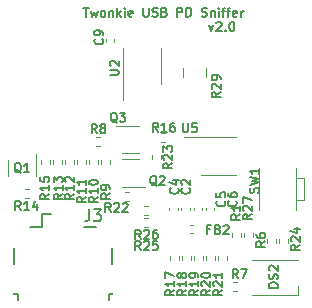
<source format=gto>
%TF.GenerationSoftware,KiCad,Pcbnew,(6.0.10)*%
%TF.CreationDate,2023-02-04T16:55:40+01:00*%
%TF.ProjectId,twonkie,74776f6e-6b69-4652-9e6b-696361645f70,rev?*%
%TF.SameCoordinates,PX448d510PY20b3950*%
%TF.FileFunction,Legend,Top*%
%TF.FilePolarity,Positive*%
%FSLAX46Y46*%
G04 Gerber Fmt 4.6, Leading zero omitted, Abs format (unit mm)*
G04 Created by KiCad (PCBNEW (6.0.10)) date 2023-02-04 16:55:40*
%MOMM*%
%LPD*%
G01*
G04 APERTURE LIST*
%ADD10C,0.127000*%
%ADD11C,0.150000*%
%ADD12C,0.120000*%
G04 APERTURE END LIST*
D10*
X6740071Y-662214D02*
X7175500Y-662214D01*
X6957785Y-1424214D02*
X6957785Y-662214D01*
X7356928Y-916214D02*
X7502071Y-1424214D01*
X7647214Y-1061357D01*
X7792357Y-1424214D01*
X7937500Y-916214D01*
X8336642Y-1424214D02*
X8264071Y-1387928D01*
X8227785Y-1351642D01*
X8191500Y-1279071D01*
X8191500Y-1061357D01*
X8227785Y-988785D01*
X8264071Y-952500D01*
X8336642Y-916214D01*
X8445500Y-916214D01*
X8518071Y-952500D01*
X8554357Y-988785D01*
X8590642Y-1061357D01*
X8590642Y-1279071D01*
X8554357Y-1351642D01*
X8518071Y-1387928D01*
X8445500Y-1424214D01*
X8336642Y-1424214D01*
X8917214Y-916214D02*
X8917214Y-1424214D01*
X8917214Y-988785D02*
X8953500Y-952500D01*
X9026071Y-916214D01*
X9134928Y-916214D01*
X9207500Y-952500D01*
X9243785Y-1025071D01*
X9243785Y-1424214D01*
X9606642Y-1424214D02*
X9606642Y-662214D01*
X9679214Y-1133928D02*
X9896928Y-1424214D01*
X9896928Y-916214D02*
X9606642Y-1206500D01*
X10223500Y-1424214D02*
X10223500Y-916214D01*
X10223500Y-662214D02*
X10187214Y-698500D01*
X10223500Y-734785D01*
X10259785Y-698500D01*
X10223500Y-662214D01*
X10223500Y-734785D01*
X10876642Y-1387928D02*
X10804071Y-1424214D01*
X10658928Y-1424214D01*
X10586357Y-1387928D01*
X10550071Y-1315357D01*
X10550071Y-1025071D01*
X10586357Y-952500D01*
X10658928Y-916214D01*
X10804071Y-916214D01*
X10876642Y-952500D01*
X10912928Y-1025071D01*
X10912928Y-1097642D01*
X10550071Y-1170214D01*
X11820071Y-662214D02*
X11820071Y-1279071D01*
X11856357Y-1351642D01*
X11892642Y-1387928D01*
X11965214Y-1424214D01*
X12110357Y-1424214D01*
X12182928Y-1387928D01*
X12219214Y-1351642D01*
X12255500Y-1279071D01*
X12255500Y-662214D01*
X12582071Y-1387928D02*
X12690928Y-1424214D01*
X12872357Y-1424214D01*
X12944928Y-1387928D01*
X12981214Y-1351642D01*
X13017500Y-1279071D01*
X13017500Y-1206500D01*
X12981214Y-1133928D01*
X12944928Y-1097642D01*
X12872357Y-1061357D01*
X12727214Y-1025071D01*
X12654642Y-988785D01*
X12618357Y-952500D01*
X12582071Y-879928D01*
X12582071Y-807357D01*
X12618357Y-734785D01*
X12654642Y-698500D01*
X12727214Y-662214D01*
X12908642Y-662214D01*
X13017500Y-698500D01*
X13598071Y-1025071D02*
X13706928Y-1061357D01*
X13743214Y-1097642D01*
X13779500Y-1170214D01*
X13779500Y-1279071D01*
X13743214Y-1351642D01*
X13706928Y-1387928D01*
X13634357Y-1424214D01*
X13344071Y-1424214D01*
X13344071Y-662214D01*
X13598071Y-662214D01*
X13670642Y-698500D01*
X13706928Y-734785D01*
X13743214Y-807357D01*
X13743214Y-879928D01*
X13706928Y-952500D01*
X13670642Y-988785D01*
X13598071Y-1025071D01*
X13344071Y-1025071D01*
X14686642Y-1424214D02*
X14686642Y-662214D01*
X14976928Y-662214D01*
X15049500Y-698500D01*
X15085785Y-734785D01*
X15122071Y-807357D01*
X15122071Y-916214D01*
X15085785Y-988785D01*
X15049500Y-1025071D01*
X14976928Y-1061357D01*
X14686642Y-1061357D01*
X15448642Y-1424214D02*
X15448642Y-662214D01*
X15630071Y-662214D01*
X15738928Y-698500D01*
X15811500Y-771071D01*
X15847785Y-843642D01*
X15884071Y-988785D01*
X15884071Y-1097642D01*
X15847785Y-1242785D01*
X15811500Y-1315357D01*
X15738928Y-1387928D01*
X15630071Y-1424214D01*
X15448642Y-1424214D01*
X16754928Y-1387928D02*
X16863785Y-1424214D01*
X17045214Y-1424214D01*
X17117785Y-1387928D01*
X17154071Y-1351642D01*
X17190357Y-1279071D01*
X17190357Y-1206500D01*
X17154071Y-1133928D01*
X17117785Y-1097642D01*
X17045214Y-1061357D01*
X16900071Y-1025071D01*
X16827500Y-988785D01*
X16791214Y-952500D01*
X16754928Y-879928D01*
X16754928Y-807357D01*
X16791214Y-734785D01*
X16827500Y-698500D01*
X16900071Y-662214D01*
X17081500Y-662214D01*
X17190357Y-698500D01*
X17516928Y-916214D02*
X17516928Y-1424214D01*
X17516928Y-988785D02*
X17553214Y-952500D01*
X17625785Y-916214D01*
X17734642Y-916214D01*
X17807214Y-952500D01*
X17843500Y-1025071D01*
X17843500Y-1424214D01*
X18206357Y-1424214D02*
X18206357Y-916214D01*
X18206357Y-662214D02*
X18170071Y-698500D01*
X18206357Y-734785D01*
X18242642Y-698500D01*
X18206357Y-662214D01*
X18206357Y-734785D01*
X18460357Y-916214D02*
X18750642Y-916214D01*
X18569214Y-1424214D02*
X18569214Y-771071D01*
X18605500Y-698500D01*
X18678071Y-662214D01*
X18750642Y-662214D01*
X18895785Y-916214D02*
X19186071Y-916214D01*
X19004642Y-1424214D02*
X19004642Y-771071D01*
X19040928Y-698500D01*
X19113500Y-662214D01*
X19186071Y-662214D01*
X19730357Y-1387928D02*
X19657785Y-1424214D01*
X19512642Y-1424214D01*
X19440071Y-1387928D01*
X19403785Y-1315357D01*
X19403785Y-1025071D01*
X19440071Y-952500D01*
X19512642Y-916214D01*
X19657785Y-916214D01*
X19730357Y-952500D01*
X19766642Y-1025071D01*
X19766642Y-1097642D01*
X19403785Y-1170214D01*
X20093214Y-1424214D02*
X20093214Y-916214D01*
X20093214Y-1061357D02*
X20129500Y-988785D01*
X20165785Y-952500D01*
X20238357Y-916214D01*
X20310928Y-916214D01*
X17379950Y-2122714D02*
X17561378Y-2630714D01*
X17742807Y-2122714D01*
X17996807Y-1941285D02*
X18033092Y-1905000D01*
X18105664Y-1868714D01*
X18287092Y-1868714D01*
X18359664Y-1905000D01*
X18395950Y-1941285D01*
X18432235Y-2013857D01*
X18432235Y-2086428D01*
X18395950Y-2195285D01*
X17960521Y-2630714D01*
X18432235Y-2630714D01*
X18758807Y-2558142D02*
X18795092Y-2594428D01*
X18758807Y-2630714D01*
X18722521Y-2594428D01*
X18758807Y-2558142D01*
X18758807Y-2630714D01*
X19266807Y-1868714D02*
X19339378Y-1868714D01*
X19411950Y-1905000D01*
X19448235Y-1941285D01*
X19484521Y-2013857D01*
X19520807Y-2159000D01*
X19520807Y-2340428D01*
X19484521Y-2485571D01*
X19448235Y-2558142D01*
X19411950Y-2594428D01*
X19339378Y-2630714D01*
X19266807Y-2630714D01*
X19194235Y-2594428D01*
X19157950Y-2558142D01*
X19121664Y-2485571D01*
X19085378Y-2340428D01*
X19085378Y-2159000D01*
X19121664Y-2013857D01*
X19157950Y-1941285D01*
X19194235Y-1905000D01*
X19266807Y-1868714D01*
D11*
%TO.C,J3*%
X7223166Y-17740380D02*
X7223166Y-18454666D01*
X7175547Y-18597523D01*
X7080309Y-18692761D01*
X6937452Y-18740380D01*
X6842214Y-18740380D01*
X7604119Y-17740380D02*
X8223166Y-17740380D01*
X7889833Y-18121333D01*
X8032690Y-18121333D01*
X8127928Y-18168952D01*
X8175547Y-18216571D01*
X8223166Y-18311809D01*
X8223166Y-18549904D01*
X8175547Y-18645142D01*
X8127928Y-18692761D01*
X8032690Y-18740380D01*
X7746976Y-18740380D01*
X7651738Y-18692761D01*
X7604119Y-18645142D01*
D10*
%TO.C,R17*%
X14441714Y-24556357D02*
X14078857Y-24810357D01*
X14441714Y-24991785D02*
X13679714Y-24991785D01*
X13679714Y-24701500D01*
X13716000Y-24628928D01*
X13752285Y-24592642D01*
X13824857Y-24556357D01*
X13933714Y-24556357D01*
X14006285Y-24592642D01*
X14042571Y-24628928D01*
X14078857Y-24701500D01*
X14078857Y-24991785D01*
X14441714Y-23830642D02*
X14441714Y-24266071D01*
X14441714Y-24048357D02*
X13679714Y-24048357D01*
X13788571Y-24120928D01*
X13861142Y-24193500D01*
X13897428Y-24266071D01*
X13679714Y-23576642D02*
X13679714Y-23068642D01*
X14441714Y-23395214D01*
%TO.C,R19*%
X16473714Y-24556357D02*
X16110857Y-24810357D01*
X16473714Y-24991785D02*
X15711714Y-24991785D01*
X15711714Y-24701500D01*
X15748000Y-24628928D01*
X15784285Y-24592642D01*
X15856857Y-24556357D01*
X15965714Y-24556357D01*
X16038285Y-24592642D01*
X16074571Y-24628928D01*
X16110857Y-24701500D01*
X16110857Y-24991785D01*
X16473714Y-23830642D02*
X16473714Y-24266071D01*
X16473714Y-24048357D02*
X15711714Y-24048357D01*
X15820571Y-24120928D01*
X15893142Y-24193500D01*
X15929428Y-24266071D01*
X16473714Y-23467785D02*
X16473714Y-23322642D01*
X16437428Y-23250071D01*
X16401142Y-23213785D01*
X16292285Y-23141214D01*
X16147142Y-23104928D01*
X15856857Y-23104928D01*
X15784285Y-23141214D01*
X15748000Y-23177500D01*
X15711714Y-23250071D01*
X15711714Y-23395214D01*
X15748000Y-23467785D01*
X15784285Y-23504071D01*
X15856857Y-23540357D01*
X16038285Y-23540357D01*
X16110857Y-23504071D01*
X16147142Y-23467785D01*
X16183428Y-23395214D01*
X16183428Y-23250071D01*
X16147142Y-23177500D01*
X16110857Y-23141214D01*
X16038285Y-23104928D01*
%TO.C,R10*%
X7964714Y-16682357D02*
X7601857Y-16936357D01*
X7964714Y-17117785D02*
X7202714Y-17117785D01*
X7202714Y-16827500D01*
X7239000Y-16754928D01*
X7275285Y-16718642D01*
X7347857Y-16682357D01*
X7456714Y-16682357D01*
X7529285Y-16718642D01*
X7565571Y-16754928D01*
X7601857Y-16827500D01*
X7601857Y-17117785D01*
X7964714Y-15956642D02*
X7964714Y-16392071D01*
X7964714Y-16174357D02*
X7202714Y-16174357D01*
X7311571Y-16246928D01*
X7384142Y-16319500D01*
X7420428Y-16392071D01*
X7202714Y-15484928D02*
X7202714Y-15412357D01*
X7239000Y-15339785D01*
X7275285Y-15303500D01*
X7347857Y-15267214D01*
X7493000Y-15230928D01*
X7674428Y-15230928D01*
X7819571Y-15267214D01*
X7892142Y-15303500D01*
X7928428Y-15339785D01*
X7964714Y-15412357D01*
X7964714Y-15484928D01*
X7928428Y-15557500D01*
X7892142Y-15593785D01*
X7819571Y-15630071D01*
X7674428Y-15666357D01*
X7493000Y-15666357D01*
X7347857Y-15630071D01*
X7275285Y-15593785D01*
X7239000Y-15557500D01*
X7202714Y-15484928D01*
%TO.C,R12*%
X5932714Y-16428357D02*
X5569857Y-16682357D01*
X5932714Y-16863785D02*
X5170714Y-16863785D01*
X5170714Y-16573500D01*
X5207000Y-16500928D01*
X5243285Y-16464642D01*
X5315857Y-16428357D01*
X5424714Y-16428357D01*
X5497285Y-16464642D01*
X5533571Y-16500928D01*
X5569857Y-16573500D01*
X5569857Y-16863785D01*
X5932714Y-15702642D02*
X5932714Y-16138071D01*
X5932714Y-15920357D02*
X5170714Y-15920357D01*
X5279571Y-15992928D01*
X5352142Y-16065500D01*
X5388428Y-16138071D01*
X5243285Y-15412357D02*
X5207000Y-15376071D01*
X5170714Y-15303500D01*
X5170714Y-15122071D01*
X5207000Y-15049500D01*
X5243285Y-15013214D01*
X5315857Y-14976928D01*
X5388428Y-14976928D01*
X5497285Y-15013214D01*
X5932714Y-15448642D01*
X5932714Y-14976928D01*
%TO.C,R15*%
X3837214Y-16428357D02*
X3474357Y-16682357D01*
X3837214Y-16863785D02*
X3075214Y-16863785D01*
X3075214Y-16573500D01*
X3111500Y-16500928D01*
X3147785Y-16464642D01*
X3220357Y-16428357D01*
X3329214Y-16428357D01*
X3401785Y-16464642D01*
X3438071Y-16500928D01*
X3474357Y-16573500D01*
X3474357Y-16863785D01*
X3837214Y-15702642D02*
X3837214Y-16138071D01*
X3837214Y-15920357D02*
X3075214Y-15920357D01*
X3184071Y-15992928D01*
X3256642Y-16065500D01*
X3292928Y-16138071D01*
X3075214Y-15013214D02*
X3075214Y-15376071D01*
X3438071Y-15412357D01*
X3401785Y-15376071D01*
X3365500Y-15303500D01*
X3365500Y-15122071D01*
X3401785Y-15049500D01*
X3438071Y-15013214D01*
X3510642Y-14976928D01*
X3692071Y-14976928D01*
X3764642Y-15013214D01*
X3800928Y-15049500D01*
X3837214Y-15122071D01*
X3837214Y-15303500D01*
X3800928Y-15376071D01*
X3764642Y-15412357D01*
%TO.C,R8*%
X7874000Y-11266714D02*
X7620000Y-10903857D01*
X7438571Y-11266714D02*
X7438571Y-10504714D01*
X7728857Y-10504714D01*
X7801428Y-10541000D01*
X7837714Y-10577285D01*
X7874000Y-10649857D01*
X7874000Y-10758714D01*
X7837714Y-10831285D01*
X7801428Y-10867571D01*
X7728857Y-10903857D01*
X7438571Y-10903857D01*
X8309428Y-10831285D02*
X8236857Y-10795000D01*
X8200571Y-10758714D01*
X8164285Y-10686142D01*
X8164285Y-10649857D01*
X8200571Y-10577285D01*
X8236857Y-10541000D01*
X8309428Y-10504714D01*
X8454571Y-10504714D01*
X8527142Y-10541000D01*
X8563428Y-10577285D01*
X8599714Y-10649857D01*
X8599714Y-10686142D01*
X8563428Y-10758714D01*
X8527142Y-10795000D01*
X8454571Y-10831285D01*
X8309428Y-10831285D01*
X8236857Y-10867571D01*
X8200571Y-10903857D01*
X8164285Y-10976428D01*
X8164285Y-11121571D01*
X8200571Y-11194142D01*
X8236857Y-11230428D01*
X8309428Y-11266714D01*
X8454571Y-11266714D01*
X8527142Y-11230428D01*
X8563428Y-11194142D01*
X8599714Y-11121571D01*
X8599714Y-10976428D01*
X8563428Y-10903857D01*
X8527142Y-10867571D01*
X8454571Y-10831285D01*
%TO.C,R18*%
X15457714Y-24556357D02*
X15094857Y-24810357D01*
X15457714Y-24991785D02*
X14695714Y-24991785D01*
X14695714Y-24701500D01*
X14732000Y-24628928D01*
X14768285Y-24592642D01*
X14840857Y-24556357D01*
X14949714Y-24556357D01*
X15022285Y-24592642D01*
X15058571Y-24628928D01*
X15094857Y-24701500D01*
X15094857Y-24991785D01*
X15457714Y-23830642D02*
X15457714Y-24266071D01*
X15457714Y-24048357D02*
X14695714Y-24048357D01*
X14804571Y-24120928D01*
X14877142Y-24193500D01*
X14913428Y-24266071D01*
X15022285Y-23395214D02*
X14986000Y-23467785D01*
X14949714Y-23504071D01*
X14877142Y-23540357D01*
X14840857Y-23540357D01*
X14768285Y-23504071D01*
X14732000Y-23467785D01*
X14695714Y-23395214D01*
X14695714Y-23250071D01*
X14732000Y-23177500D01*
X14768285Y-23141214D01*
X14840857Y-23104928D01*
X14877142Y-23104928D01*
X14949714Y-23141214D01*
X14986000Y-23177500D01*
X15022285Y-23250071D01*
X15022285Y-23395214D01*
X15058571Y-23467785D01*
X15094857Y-23504071D01*
X15167428Y-23540357D01*
X15312571Y-23540357D01*
X15385142Y-23504071D01*
X15421428Y-23467785D01*
X15457714Y-23395214D01*
X15457714Y-23250071D01*
X15421428Y-23177500D01*
X15385142Y-23141214D01*
X15312571Y-23104928D01*
X15167428Y-23104928D01*
X15094857Y-23141214D01*
X15058571Y-23177500D01*
X15022285Y-23250071D01*
%TO.C,R11*%
X6948714Y-16682357D02*
X6585857Y-16936357D01*
X6948714Y-17117785D02*
X6186714Y-17117785D01*
X6186714Y-16827500D01*
X6223000Y-16754928D01*
X6259285Y-16718642D01*
X6331857Y-16682357D01*
X6440714Y-16682357D01*
X6513285Y-16718642D01*
X6549571Y-16754928D01*
X6585857Y-16827500D01*
X6585857Y-17117785D01*
X6948714Y-15956642D02*
X6948714Y-16392071D01*
X6948714Y-16174357D02*
X6186714Y-16174357D01*
X6295571Y-16246928D01*
X6368142Y-16319500D01*
X6404428Y-16392071D01*
X6948714Y-15230928D02*
X6948714Y-15666357D01*
X6948714Y-15448642D02*
X6186714Y-15448642D01*
X6295571Y-15521214D01*
X6368142Y-15593785D01*
X6404428Y-15666357D01*
%TO.C,R1*%
X20029714Y-18161000D02*
X19666857Y-18415000D01*
X20029714Y-18596428D02*
X19267714Y-18596428D01*
X19267714Y-18306142D01*
X19304000Y-18233571D01*
X19340285Y-18197285D01*
X19412857Y-18161000D01*
X19521714Y-18161000D01*
X19594285Y-18197285D01*
X19630571Y-18233571D01*
X19666857Y-18306142D01*
X19666857Y-18596428D01*
X20029714Y-17435285D02*
X20029714Y-17870714D01*
X20029714Y-17653000D02*
X19267714Y-17653000D01*
X19376571Y-17725571D01*
X19449142Y-17798142D01*
X19485428Y-17870714D01*
%TO.C,Q2*%
X12944928Y-15720785D02*
X12872357Y-15684500D01*
X12799785Y-15611928D01*
X12690928Y-15503071D01*
X12618357Y-15466785D01*
X12545785Y-15466785D01*
X12582071Y-15648214D02*
X12509500Y-15611928D01*
X12436928Y-15539357D01*
X12400642Y-15394214D01*
X12400642Y-15140214D01*
X12436928Y-14995071D01*
X12509500Y-14922500D01*
X12582071Y-14886214D01*
X12727214Y-14886214D01*
X12799785Y-14922500D01*
X12872357Y-14995071D01*
X12908642Y-15140214D01*
X12908642Y-15394214D01*
X12872357Y-15539357D01*
X12799785Y-15611928D01*
X12727214Y-15648214D01*
X12582071Y-15648214D01*
X13198928Y-14958785D02*
X13235214Y-14922500D01*
X13307785Y-14886214D01*
X13489214Y-14886214D01*
X13561785Y-14922500D01*
X13598071Y-14958785D01*
X13634357Y-15031357D01*
X13634357Y-15103928D01*
X13598071Y-15212785D01*
X13162642Y-15648214D01*
X13634357Y-15648214D01*
%TO.C,R7*%
X19812000Y-23585714D02*
X19558000Y-23222857D01*
X19376571Y-23585714D02*
X19376571Y-22823714D01*
X19666857Y-22823714D01*
X19739428Y-22860000D01*
X19775714Y-22896285D01*
X19812000Y-22968857D01*
X19812000Y-23077714D01*
X19775714Y-23150285D01*
X19739428Y-23186571D01*
X19666857Y-23222857D01*
X19376571Y-23222857D01*
X20066000Y-22823714D02*
X20574000Y-22823714D01*
X20247428Y-23585714D01*
%TO.C,R13*%
X4980214Y-16428357D02*
X4617357Y-16682357D01*
X4980214Y-16863785D02*
X4218214Y-16863785D01*
X4218214Y-16573500D01*
X4254500Y-16500928D01*
X4290785Y-16464642D01*
X4363357Y-16428357D01*
X4472214Y-16428357D01*
X4544785Y-16464642D01*
X4581071Y-16500928D01*
X4617357Y-16573500D01*
X4617357Y-16863785D01*
X4980214Y-15702642D02*
X4980214Y-16138071D01*
X4980214Y-15920357D02*
X4218214Y-15920357D01*
X4327071Y-15992928D01*
X4399642Y-16065500D01*
X4435928Y-16138071D01*
X4218214Y-15448642D02*
X4218214Y-14976928D01*
X4508500Y-15230928D01*
X4508500Y-15122071D01*
X4544785Y-15049500D01*
X4581071Y-15013214D01*
X4653642Y-14976928D01*
X4835071Y-14976928D01*
X4907642Y-15013214D01*
X4943928Y-15049500D01*
X4980214Y-15122071D01*
X4980214Y-15339785D01*
X4943928Y-15412357D01*
X4907642Y-15448642D01*
%TO.C,R22*%
X9035142Y-17934214D02*
X8781142Y-17571357D01*
X8599714Y-17934214D02*
X8599714Y-17172214D01*
X8890000Y-17172214D01*
X8962571Y-17208500D01*
X8998857Y-17244785D01*
X9035142Y-17317357D01*
X9035142Y-17426214D01*
X8998857Y-17498785D01*
X8962571Y-17535071D01*
X8890000Y-17571357D01*
X8599714Y-17571357D01*
X9325428Y-17244785D02*
X9361714Y-17208500D01*
X9434285Y-17172214D01*
X9615714Y-17172214D01*
X9688285Y-17208500D01*
X9724571Y-17244785D01*
X9760857Y-17317357D01*
X9760857Y-17389928D01*
X9724571Y-17498785D01*
X9289142Y-17934214D01*
X9760857Y-17934214D01*
X10051142Y-17244785D02*
X10087428Y-17208500D01*
X10160000Y-17172214D01*
X10341428Y-17172214D01*
X10414000Y-17208500D01*
X10450285Y-17244785D01*
X10486571Y-17317357D01*
X10486571Y-17389928D01*
X10450285Y-17498785D01*
X10014857Y-17934214D01*
X10486571Y-17934214D01*
%TO.C,C4*%
X14750142Y-15925800D02*
X14786428Y-15962085D01*
X14822714Y-16070942D01*
X14822714Y-16143514D01*
X14786428Y-16252371D01*
X14713857Y-16324942D01*
X14641285Y-16361228D01*
X14496142Y-16397514D01*
X14387285Y-16397514D01*
X14242142Y-16361228D01*
X14169571Y-16324942D01*
X14097000Y-16252371D01*
X14060714Y-16143514D01*
X14060714Y-16070942D01*
X14097000Y-15962085D01*
X14133285Y-15925800D01*
X14314714Y-15272657D02*
X14822714Y-15272657D01*
X14024428Y-15454085D02*
X14568714Y-15635514D01*
X14568714Y-15163800D01*
%TO.C,R23*%
X14251214Y-13824857D02*
X13888357Y-14078857D01*
X14251214Y-14260285D02*
X13489214Y-14260285D01*
X13489214Y-13970000D01*
X13525500Y-13897428D01*
X13561785Y-13861142D01*
X13634357Y-13824857D01*
X13743214Y-13824857D01*
X13815785Y-13861142D01*
X13852071Y-13897428D01*
X13888357Y-13970000D01*
X13888357Y-14260285D01*
X13561785Y-13534571D02*
X13525500Y-13498285D01*
X13489214Y-13425714D01*
X13489214Y-13244285D01*
X13525500Y-13171714D01*
X13561785Y-13135428D01*
X13634357Y-13099142D01*
X13706928Y-13099142D01*
X13815785Y-13135428D01*
X14251214Y-13570857D01*
X14251214Y-13099142D01*
X13489214Y-12845142D02*
X13489214Y-12373428D01*
X13779500Y-12627428D01*
X13779500Y-12518571D01*
X13815785Y-12446000D01*
X13852071Y-12409714D01*
X13924642Y-12373428D01*
X14106071Y-12373428D01*
X14178642Y-12409714D01*
X14214928Y-12446000D01*
X14251214Y-12518571D01*
X14251214Y-12736285D01*
X14214928Y-12808857D01*
X14178642Y-12845142D01*
%TO.C,R14*%
X1415142Y-17807214D02*
X1161142Y-17444357D01*
X979714Y-17807214D02*
X979714Y-17045214D01*
X1270000Y-17045214D01*
X1342571Y-17081500D01*
X1378857Y-17117785D01*
X1415142Y-17190357D01*
X1415142Y-17299214D01*
X1378857Y-17371785D01*
X1342571Y-17408071D01*
X1270000Y-17444357D01*
X979714Y-17444357D01*
X2140857Y-17807214D02*
X1705428Y-17807214D01*
X1923142Y-17807214D02*
X1923142Y-17045214D01*
X1850571Y-17154071D01*
X1778000Y-17226642D01*
X1705428Y-17262928D01*
X2794000Y-17299214D02*
X2794000Y-17807214D01*
X2612571Y-17008928D02*
X2431142Y-17553214D01*
X2902857Y-17553214D01*
%TO.C,R16*%
X13048342Y-11165114D02*
X12794342Y-10802257D01*
X12612914Y-11165114D02*
X12612914Y-10403114D01*
X12903200Y-10403114D01*
X12975771Y-10439400D01*
X13012057Y-10475685D01*
X13048342Y-10548257D01*
X13048342Y-10657114D01*
X13012057Y-10729685D01*
X12975771Y-10765971D01*
X12903200Y-10802257D01*
X12612914Y-10802257D01*
X13774057Y-11165114D02*
X13338628Y-11165114D01*
X13556342Y-11165114D02*
X13556342Y-10403114D01*
X13483771Y-10511971D01*
X13411200Y-10584542D01*
X13338628Y-10620828D01*
X14427200Y-10403114D02*
X14282057Y-10403114D01*
X14209485Y-10439400D01*
X14173200Y-10475685D01*
X14100628Y-10584542D01*
X14064342Y-10729685D01*
X14064342Y-11019971D01*
X14100628Y-11092542D01*
X14136914Y-11128828D01*
X14209485Y-11165114D01*
X14354628Y-11165114D01*
X14427200Y-11128828D01*
X14463485Y-11092542D01*
X14499771Y-11019971D01*
X14499771Y-10838542D01*
X14463485Y-10765971D01*
X14427200Y-10729685D01*
X14354628Y-10693400D01*
X14209485Y-10693400D01*
X14136914Y-10729685D01*
X14100628Y-10765971D01*
X14064342Y-10838542D01*
%TO.C,U5*%
X15167428Y-10441214D02*
X15167428Y-11058071D01*
X15203714Y-11130642D01*
X15240000Y-11166928D01*
X15312571Y-11203214D01*
X15457714Y-11203214D01*
X15530285Y-11166928D01*
X15566571Y-11130642D01*
X15602857Y-11058071D01*
X15602857Y-10441214D01*
X16328571Y-10441214D02*
X15965714Y-10441214D01*
X15929428Y-10804071D01*
X15965714Y-10767785D01*
X16038285Y-10731500D01*
X16219714Y-10731500D01*
X16292285Y-10767785D01*
X16328571Y-10804071D01*
X16364857Y-10876642D01*
X16364857Y-11058071D01*
X16328571Y-11130642D01*
X16292285Y-11166928D01*
X16219714Y-11203214D01*
X16038285Y-11203214D01*
X15965714Y-11166928D01*
X15929428Y-11130642D01*
%TO.C,R20*%
X17489714Y-24556357D02*
X17126857Y-24810357D01*
X17489714Y-24991785D02*
X16727714Y-24991785D01*
X16727714Y-24701500D01*
X16764000Y-24628928D01*
X16800285Y-24592642D01*
X16872857Y-24556357D01*
X16981714Y-24556357D01*
X17054285Y-24592642D01*
X17090571Y-24628928D01*
X17126857Y-24701500D01*
X17126857Y-24991785D01*
X16800285Y-24266071D02*
X16764000Y-24229785D01*
X16727714Y-24157214D01*
X16727714Y-23975785D01*
X16764000Y-23903214D01*
X16800285Y-23866928D01*
X16872857Y-23830642D01*
X16945428Y-23830642D01*
X17054285Y-23866928D01*
X17489714Y-24302357D01*
X17489714Y-23830642D01*
X16727714Y-23358928D02*
X16727714Y-23286357D01*
X16764000Y-23213785D01*
X16800285Y-23177500D01*
X16872857Y-23141214D01*
X17018000Y-23104928D01*
X17199428Y-23104928D01*
X17344571Y-23141214D01*
X17417142Y-23177500D01*
X17453428Y-23213785D01*
X17489714Y-23286357D01*
X17489714Y-23358928D01*
X17453428Y-23431500D01*
X17417142Y-23467785D01*
X17344571Y-23504071D01*
X17199428Y-23540357D01*
X17018000Y-23540357D01*
X16872857Y-23504071D01*
X16800285Y-23467785D01*
X16764000Y-23431500D01*
X16727714Y-23358928D01*
%TO.C,R21*%
X18505714Y-24556357D02*
X18142857Y-24810357D01*
X18505714Y-24991785D02*
X17743714Y-24991785D01*
X17743714Y-24701500D01*
X17780000Y-24628928D01*
X17816285Y-24592642D01*
X17888857Y-24556357D01*
X17997714Y-24556357D01*
X18070285Y-24592642D01*
X18106571Y-24628928D01*
X18142857Y-24701500D01*
X18142857Y-24991785D01*
X17816285Y-24266071D02*
X17780000Y-24229785D01*
X17743714Y-24157214D01*
X17743714Y-23975785D01*
X17780000Y-23903214D01*
X17816285Y-23866928D01*
X17888857Y-23830642D01*
X17961428Y-23830642D01*
X18070285Y-23866928D01*
X18505714Y-24302357D01*
X18505714Y-23830642D01*
X18505714Y-23104928D02*
X18505714Y-23540357D01*
X18505714Y-23322642D02*
X17743714Y-23322642D01*
X17852571Y-23395214D01*
X17925142Y-23467785D01*
X17961428Y-23540357D01*
%TO.C,Q3*%
X9579428Y-10386785D02*
X9506857Y-10350500D01*
X9434285Y-10277928D01*
X9325428Y-10169071D01*
X9252857Y-10132785D01*
X9180285Y-10132785D01*
X9216571Y-10314214D02*
X9144000Y-10277928D01*
X9071428Y-10205357D01*
X9035142Y-10060214D01*
X9035142Y-9806214D01*
X9071428Y-9661071D01*
X9144000Y-9588500D01*
X9216571Y-9552214D01*
X9361714Y-9552214D01*
X9434285Y-9588500D01*
X9506857Y-9661071D01*
X9543142Y-9806214D01*
X9543142Y-10060214D01*
X9506857Y-10205357D01*
X9434285Y-10277928D01*
X9361714Y-10314214D01*
X9216571Y-10314214D01*
X9797142Y-9552214D02*
X10268857Y-9552214D01*
X10014857Y-9842500D01*
X10123714Y-9842500D01*
X10196285Y-9878785D01*
X10232571Y-9915071D01*
X10268857Y-9987642D01*
X10268857Y-10169071D01*
X10232571Y-10241642D01*
X10196285Y-10277928D01*
X10123714Y-10314214D01*
X9906000Y-10314214D01*
X9833428Y-10277928D01*
X9797142Y-10241642D01*
%TO.C,Q1*%
X1451428Y-14641285D02*
X1378857Y-14605000D01*
X1306285Y-14532428D01*
X1197428Y-14423571D01*
X1124857Y-14387285D01*
X1052285Y-14387285D01*
X1088571Y-14568714D02*
X1016000Y-14532428D01*
X943428Y-14459857D01*
X907142Y-14314714D01*
X907142Y-14060714D01*
X943428Y-13915571D01*
X1016000Y-13843000D01*
X1088571Y-13806714D01*
X1233714Y-13806714D01*
X1306285Y-13843000D01*
X1378857Y-13915571D01*
X1415142Y-14060714D01*
X1415142Y-14314714D01*
X1378857Y-14459857D01*
X1306285Y-14532428D01*
X1233714Y-14568714D01*
X1088571Y-14568714D01*
X2140857Y-14568714D02*
X1705428Y-14568714D01*
X1923142Y-14568714D02*
X1923142Y-13806714D01*
X1850571Y-13915571D01*
X1778000Y-13988142D01*
X1705428Y-14024428D01*
%TO.C,DS2*%
X23204714Y-24356785D02*
X22442714Y-24356785D01*
X22442714Y-24175357D01*
X22479000Y-24066500D01*
X22551571Y-23993928D01*
X22624142Y-23957642D01*
X22769285Y-23921357D01*
X22878142Y-23921357D01*
X23023285Y-23957642D01*
X23095857Y-23993928D01*
X23168428Y-24066500D01*
X23204714Y-24175357D01*
X23204714Y-24356785D01*
X23168428Y-23631071D02*
X23204714Y-23522214D01*
X23204714Y-23340785D01*
X23168428Y-23268214D01*
X23132142Y-23231928D01*
X23059571Y-23195642D01*
X22987000Y-23195642D01*
X22914428Y-23231928D01*
X22878142Y-23268214D01*
X22841857Y-23340785D01*
X22805571Y-23485928D01*
X22769285Y-23558500D01*
X22733000Y-23594785D01*
X22660428Y-23631071D01*
X22587857Y-23631071D01*
X22515285Y-23594785D01*
X22479000Y-23558500D01*
X22442714Y-23485928D01*
X22442714Y-23304500D01*
X22479000Y-23195642D01*
X22515285Y-22905357D02*
X22479000Y-22869071D01*
X22442714Y-22796500D01*
X22442714Y-22615071D01*
X22479000Y-22542500D01*
X22515285Y-22506214D01*
X22587857Y-22469928D01*
X22660428Y-22469928D01*
X22769285Y-22506214D01*
X23204714Y-22941642D01*
X23204714Y-22469928D01*
%TO.C,C9*%
X8349342Y-3302000D02*
X8385628Y-3338285D01*
X8421914Y-3447142D01*
X8421914Y-3519714D01*
X8385628Y-3628571D01*
X8313057Y-3701142D01*
X8240485Y-3737428D01*
X8095342Y-3773714D01*
X7986485Y-3773714D01*
X7841342Y-3737428D01*
X7768771Y-3701142D01*
X7696200Y-3628571D01*
X7659914Y-3519714D01*
X7659914Y-3447142D01*
X7696200Y-3338285D01*
X7732485Y-3302000D01*
X8421914Y-2939142D02*
X8421914Y-2794000D01*
X8385628Y-2721428D01*
X8349342Y-2685142D01*
X8240485Y-2612571D01*
X8095342Y-2576285D01*
X7805057Y-2576285D01*
X7732485Y-2612571D01*
X7696200Y-2648857D01*
X7659914Y-2721428D01*
X7659914Y-2866571D01*
X7696200Y-2939142D01*
X7732485Y-2975428D01*
X7805057Y-3011714D01*
X7986485Y-3011714D01*
X8059057Y-2975428D01*
X8095342Y-2939142D01*
X8131628Y-2866571D01*
X8131628Y-2721428D01*
X8095342Y-2648857D01*
X8059057Y-2612571D01*
X7986485Y-2576285D01*
%TO.C,R26*%
X11575142Y-20220214D02*
X11321142Y-19857357D01*
X11139714Y-20220214D02*
X11139714Y-19458214D01*
X11430000Y-19458214D01*
X11502571Y-19494500D01*
X11538857Y-19530785D01*
X11575142Y-19603357D01*
X11575142Y-19712214D01*
X11538857Y-19784785D01*
X11502571Y-19821071D01*
X11430000Y-19857357D01*
X11139714Y-19857357D01*
X11865428Y-19530785D02*
X11901714Y-19494500D01*
X11974285Y-19458214D01*
X12155714Y-19458214D01*
X12228285Y-19494500D01*
X12264571Y-19530785D01*
X12300857Y-19603357D01*
X12300857Y-19675928D01*
X12264571Y-19784785D01*
X11829142Y-20220214D01*
X12300857Y-20220214D01*
X12954000Y-19458214D02*
X12808857Y-19458214D01*
X12736285Y-19494500D01*
X12700000Y-19530785D01*
X12627428Y-19639642D01*
X12591142Y-19784785D01*
X12591142Y-20075071D01*
X12627428Y-20147642D01*
X12663714Y-20183928D01*
X12736285Y-20220214D01*
X12881428Y-20220214D01*
X12954000Y-20183928D01*
X12990285Y-20147642D01*
X13026571Y-20075071D01*
X13026571Y-19893642D01*
X12990285Y-19821071D01*
X12954000Y-19784785D01*
X12881428Y-19748500D01*
X12736285Y-19748500D01*
X12663714Y-19784785D01*
X12627428Y-19821071D01*
X12591142Y-19893642D01*
%TO.C,R25*%
X11575142Y-21172714D02*
X11321142Y-20809857D01*
X11139714Y-21172714D02*
X11139714Y-20410714D01*
X11430000Y-20410714D01*
X11502571Y-20447000D01*
X11538857Y-20483285D01*
X11575142Y-20555857D01*
X11575142Y-20664714D01*
X11538857Y-20737285D01*
X11502571Y-20773571D01*
X11430000Y-20809857D01*
X11139714Y-20809857D01*
X11865428Y-20483285D02*
X11901714Y-20447000D01*
X11974285Y-20410714D01*
X12155714Y-20410714D01*
X12228285Y-20447000D01*
X12264571Y-20483285D01*
X12300857Y-20555857D01*
X12300857Y-20628428D01*
X12264571Y-20737285D01*
X11829142Y-21172714D01*
X12300857Y-21172714D01*
X12990285Y-20410714D02*
X12627428Y-20410714D01*
X12591142Y-20773571D01*
X12627428Y-20737285D01*
X12700000Y-20701000D01*
X12881428Y-20701000D01*
X12954000Y-20737285D01*
X12990285Y-20773571D01*
X13026571Y-20846142D01*
X13026571Y-21027571D01*
X12990285Y-21100142D01*
X12954000Y-21136428D01*
X12881428Y-21172714D01*
X12700000Y-21172714D01*
X12627428Y-21136428D01*
X12591142Y-21100142D01*
%TO.C,R9*%
X8980714Y-16383000D02*
X8617857Y-16637000D01*
X8980714Y-16818428D02*
X8218714Y-16818428D01*
X8218714Y-16528142D01*
X8255000Y-16455571D01*
X8291285Y-16419285D01*
X8363857Y-16383000D01*
X8472714Y-16383000D01*
X8545285Y-16419285D01*
X8581571Y-16455571D01*
X8617857Y-16528142D01*
X8617857Y-16818428D01*
X8980714Y-16020142D02*
X8980714Y-15875000D01*
X8944428Y-15802428D01*
X8908142Y-15766142D01*
X8799285Y-15693571D01*
X8654142Y-15657285D01*
X8363857Y-15657285D01*
X8291285Y-15693571D01*
X8255000Y-15729857D01*
X8218714Y-15802428D01*
X8218714Y-15947571D01*
X8255000Y-16020142D01*
X8291285Y-16056428D01*
X8363857Y-16092714D01*
X8545285Y-16092714D01*
X8617857Y-16056428D01*
X8654142Y-16020142D01*
X8690428Y-15947571D01*
X8690428Y-15802428D01*
X8654142Y-15729857D01*
X8617857Y-15693571D01*
X8545285Y-15657285D01*
%TO.C,C5*%
X18687142Y-17018000D02*
X18723428Y-17054285D01*
X18759714Y-17163142D01*
X18759714Y-17235714D01*
X18723428Y-17344571D01*
X18650857Y-17417142D01*
X18578285Y-17453428D01*
X18433142Y-17489714D01*
X18324285Y-17489714D01*
X18179142Y-17453428D01*
X18106571Y-17417142D01*
X18034000Y-17344571D01*
X17997714Y-17235714D01*
X17997714Y-17163142D01*
X18034000Y-17054285D01*
X18070285Y-17018000D01*
X17997714Y-16328571D02*
X17997714Y-16691428D01*
X18360571Y-16727714D01*
X18324285Y-16691428D01*
X18288000Y-16618857D01*
X18288000Y-16437428D01*
X18324285Y-16364857D01*
X18360571Y-16328571D01*
X18433142Y-16292285D01*
X18614571Y-16292285D01*
X18687142Y-16328571D01*
X18723428Y-16364857D01*
X18759714Y-16437428D01*
X18759714Y-16618857D01*
X18723428Y-16691428D01*
X18687142Y-16727714D01*
%TO.C,R6*%
X22125214Y-20447000D02*
X21762357Y-20701000D01*
X22125214Y-20882428D02*
X21363214Y-20882428D01*
X21363214Y-20592142D01*
X21399500Y-20519571D01*
X21435785Y-20483285D01*
X21508357Y-20447000D01*
X21617214Y-20447000D01*
X21689785Y-20483285D01*
X21726071Y-20519571D01*
X21762357Y-20592142D01*
X21762357Y-20882428D01*
X21363214Y-19793857D02*
X21363214Y-19939000D01*
X21399500Y-20011571D01*
X21435785Y-20047857D01*
X21544642Y-20120428D01*
X21689785Y-20156714D01*
X21980071Y-20156714D01*
X22052642Y-20120428D01*
X22088928Y-20084142D01*
X22125214Y-20011571D01*
X22125214Y-19866428D01*
X22088928Y-19793857D01*
X22052642Y-19757571D01*
X21980071Y-19721285D01*
X21798642Y-19721285D01*
X21726071Y-19757571D01*
X21689785Y-19793857D01*
X21653500Y-19866428D01*
X21653500Y-20011571D01*
X21689785Y-20084142D01*
X21726071Y-20120428D01*
X21798642Y-20156714D01*
%TO.C,R24*%
X25046214Y-20746357D02*
X24683357Y-21000357D01*
X25046214Y-21181785D02*
X24284214Y-21181785D01*
X24284214Y-20891500D01*
X24320500Y-20818928D01*
X24356785Y-20782642D01*
X24429357Y-20746357D01*
X24538214Y-20746357D01*
X24610785Y-20782642D01*
X24647071Y-20818928D01*
X24683357Y-20891500D01*
X24683357Y-21181785D01*
X24356785Y-20456071D02*
X24320500Y-20419785D01*
X24284214Y-20347214D01*
X24284214Y-20165785D01*
X24320500Y-20093214D01*
X24356785Y-20056928D01*
X24429357Y-20020642D01*
X24501928Y-20020642D01*
X24610785Y-20056928D01*
X25046214Y-20492357D01*
X25046214Y-20020642D01*
X24538214Y-19367500D02*
X25046214Y-19367500D01*
X24247928Y-19548928D02*
X24792214Y-19730357D01*
X24792214Y-19258642D01*
%TO.C,R27*%
X20982214Y-18142857D02*
X20619357Y-18396857D01*
X20982214Y-18578285D02*
X20220214Y-18578285D01*
X20220214Y-18288000D01*
X20256500Y-18215428D01*
X20292785Y-18179142D01*
X20365357Y-18142857D01*
X20474214Y-18142857D01*
X20546785Y-18179142D01*
X20583071Y-18215428D01*
X20619357Y-18288000D01*
X20619357Y-18578285D01*
X20292785Y-17852571D02*
X20256500Y-17816285D01*
X20220214Y-17743714D01*
X20220214Y-17562285D01*
X20256500Y-17489714D01*
X20292785Y-17453428D01*
X20365357Y-17417142D01*
X20437928Y-17417142D01*
X20546785Y-17453428D01*
X20982214Y-17888857D01*
X20982214Y-17417142D01*
X20220214Y-17163142D02*
X20220214Y-16655142D01*
X20982214Y-16981714D01*
%TO.C,SW1*%
X21542828Y-16332200D02*
X21579114Y-16223342D01*
X21579114Y-16041914D01*
X21542828Y-15969342D01*
X21506542Y-15933057D01*
X21433971Y-15896771D01*
X21361400Y-15896771D01*
X21288828Y-15933057D01*
X21252542Y-15969342D01*
X21216257Y-16041914D01*
X21179971Y-16187057D01*
X21143685Y-16259628D01*
X21107400Y-16295914D01*
X21034828Y-16332200D01*
X20962257Y-16332200D01*
X20889685Y-16295914D01*
X20853400Y-16259628D01*
X20817114Y-16187057D01*
X20817114Y-16005628D01*
X20853400Y-15896771D01*
X20817114Y-15642771D02*
X21579114Y-15461342D01*
X21034828Y-15316200D01*
X21579114Y-15171057D01*
X20817114Y-14989628D01*
X21579114Y-14300200D02*
X21579114Y-14735628D01*
X21579114Y-14517914D02*
X20817114Y-14517914D01*
X20925971Y-14590485D01*
X20998542Y-14663057D01*
X21034828Y-14735628D01*
%TO.C,FB2*%
X17462500Y-19440071D02*
X17208500Y-19440071D01*
X17208500Y-19839214D02*
X17208500Y-19077214D01*
X17571357Y-19077214D01*
X18115642Y-19440071D02*
X18224500Y-19476357D01*
X18260785Y-19512642D01*
X18297071Y-19585214D01*
X18297071Y-19694071D01*
X18260785Y-19766642D01*
X18224500Y-19802928D01*
X18151928Y-19839214D01*
X17861642Y-19839214D01*
X17861642Y-19077214D01*
X18115642Y-19077214D01*
X18188214Y-19113500D01*
X18224500Y-19149785D01*
X18260785Y-19222357D01*
X18260785Y-19294928D01*
X18224500Y-19367500D01*
X18188214Y-19403785D01*
X18115642Y-19440071D01*
X17861642Y-19440071D01*
X18587357Y-19149785D02*
X18623642Y-19113500D01*
X18696214Y-19077214D01*
X18877642Y-19077214D01*
X18950214Y-19113500D01*
X18986500Y-19149785D01*
X19022785Y-19222357D01*
X19022785Y-19294928D01*
X18986500Y-19403785D01*
X18551071Y-19839214D01*
X19022785Y-19839214D01*
%TO.C,C2*%
X15702642Y-15938500D02*
X15738928Y-15974785D01*
X15775214Y-16083642D01*
X15775214Y-16156214D01*
X15738928Y-16265071D01*
X15666357Y-16337642D01*
X15593785Y-16373928D01*
X15448642Y-16410214D01*
X15339785Y-16410214D01*
X15194642Y-16373928D01*
X15122071Y-16337642D01*
X15049500Y-16265071D01*
X15013214Y-16156214D01*
X15013214Y-16083642D01*
X15049500Y-15974785D01*
X15085785Y-15938500D01*
X15085785Y-15648214D02*
X15049500Y-15611928D01*
X15013214Y-15539357D01*
X15013214Y-15357928D01*
X15049500Y-15285357D01*
X15085785Y-15249071D01*
X15158357Y-15212785D01*
X15230928Y-15212785D01*
X15339785Y-15249071D01*
X15775214Y-15684500D01*
X15775214Y-15212785D01*
%TO.C,C6*%
X19639642Y-17018000D02*
X19675928Y-17054285D01*
X19712214Y-17163142D01*
X19712214Y-17235714D01*
X19675928Y-17344571D01*
X19603357Y-17417142D01*
X19530785Y-17453428D01*
X19385642Y-17489714D01*
X19276785Y-17489714D01*
X19131642Y-17453428D01*
X19059071Y-17417142D01*
X18986500Y-17344571D01*
X18950214Y-17235714D01*
X18950214Y-17163142D01*
X18986500Y-17054285D01*
X19022785Y-17018000D01*
X18950214Y-16364857D02*
X18950214Y-16510000D01*
X18986500Y-16582571D01*
X19022785Y-16618857D01*
X19131642Y-16691428D01*
X19276785Y-16727714D01*
X19567071Y-16727714D01*
X19639642Y-16691428D01*
X19675928Y-16655142D01*
X19712214Y-16582571D01*
X19712214Y-16437428D01*
X19675928Y-16364857D01*
X19639642Y-16328571D01*
X19567071Y-16292285D01*
X19385642Y-16292285D01*
X19313071Y-16328571D01*
X19276785Y-16364857D01*
X19240500Y-16437428D01*
X19240500Y-16582571D01*
X19276785Y-16655142D01*
X19313071Y-16691428D01*
X19385642Y-16727714D01*
%TO.C,R29*%
X18351814Y-7814357D02*
X17988957Y-8068357D01*
X18351814Y-8249785D02*
X17589814Y-8249785D01*
X17589814Y-7959500D01*
X17626100Y-7886928D01*
X17662385Y-7850642D01*
X17734957Y-7814357D01*
X17843814Y-7814357D01*
X17916385Y-7850642D01*
X17952671Y-7886928D01*
X17988957Y-7959500D01*
X17988957Y-8249785D01*
X17662385Y-7524071D02*
X17626100Y-7487785D01*
X17589814Y-7415214D01*
X17589814Y-7233785D01*
X17626100Y-7161214D01*
X17662385Y-7124928D01*
X17734957Y-7088642D01*
X17807528Y-7088642D01*
X17916385Y-7124928D01*
X18351814Y-7560357D01*
X18351814Y-7088642D01*
X18351814Y-6725785D02*
X18351814Y-6580642D01*
X18315528Y-6508071D01*
X18279242Y-6471785D01*
X18170385Y-6399214D01*
X18025242Y-6362928D01*
X17734957Y-6362928D01*
X17662385Y-6399214D01*
X17626100Y-6435500D01*
X17589814Y-6508071D01*
X17589814Y-6653214D01*
X17626100Y-6725785D01*
X17662385Y-6762071D01*
X17734957Y-6798357D01*
X17916385Y-6798357D01*
X17988957Y-6762071D01*
X18025242Y-6725785D01*
X18061528Y-6653214D01*
X18061528Y-6508071D01*
X18025242Y-6435500D01*
X17988957Y-6399214D01*
X17916385Y-6362928D01*
%TO.C,U2*%
X8980714Y-6346371D02*
X9597571Y-6346371D01*
X9670142Y-6310085D01*
X9706428Y-6273800D01*
X9742714Y-6201228D01*
X9742714Y-6056085D01*
X9706428Y-5983514D01*
X9670142Y-5947228D01*
X9597571Y-5910942D01*
X8980714Y-5910942D01*
X9053285Y-5584371D02*
X9017000Y-5548085D01*
X8980714Y-5475514D01*
X8980714Y-5294085D01*
X9017000Y-5221514D01*
X9053285Y-5185228D01*
X9125857Y-5148942D01*
X9198428Y-5148942D01*
X9307285Y-5185228D01*
X9742714Y-5620657D01*
X9742714Y-5148942D01*
D11*
%TO.C,J3*%
X6829200Y-19240800D02*
X7829200Y-19240800D01*
X9179200Y-22390800D02*
X9179200Y-20990800D01*
X3229200Y-18140800D02*
X3229200Y-19240800D01*
X1179200Y-24940800D02*
X1179200Y-25390800D01*
X8879200Y-25390800D02*
X8879200Y-24940800D01*
X879200Y-20990800D02*
X879200Y-22390800D01*
X879200Y-24790800D02*
X879200Y-24940800D01*
X879200Y-24940800D02*
X1179200Y-24940800D01*
X3229200Y-19240800D02*
X2229200Y-19240800D01*
X3954200Y-18140800D02*
X3229200Y-18140800D01*
X9179200Y-24940800D02*
X9179200Y-24790800D01*
X8879200Y-24940800D02*
X9179200Y-24940800D01*
D12*
%TO.C,R17*%
X14794500Y-21676379D02*
X14794500Y-22011621D01*
X14034500Y-21676379D02*
X14034500Y-22011621D01*
%TO.C,R19*%
X16826500Y-21676379D02*
X16826500Y-22011621D01*
X16066500Y-21676379D02*
X16066500Y-22011621D01*
%TO.C,R10*%
X7936500Y-13883621D02*
X7936500Y-13548379D01*
X7176500Y-13883621D02*
X7176500Y-13548379D01*
%TO.C,R12*%
X5144500Y-13883621D02*
X5144500Y-13548379D01*
X5904500Y-13883621D02*
X5904500Y-13548379D01*
%TO.C,R15*%
X3872500Y-13548379D02*
X3872500Y-13883621D01*
X3112500Y-13548379D02*
X3112500Y-13883621D01*
%TO.C,R8*%
X8105121Y-12381500D02*
X7769879Y-12381500D01*
X8105121Y-11621500D02*
X7769879Y-11621500D01*
%TO.C,R18*%
X15810500Y-21676379D02*
X15810500Y-22011621D01*
X15050500Y-21676379D02*
X15050500Y-22011621D01*
%TO.C,R11*%
X6920500Y-13883621D02*
X6920500Y-13548379D01*
X6160500Y-13883621D02*
X6160500Y-13548379D01*
%TO.C,R1*%
X20065000Y-20043121D02*
X20065000Y-19707879D01*
X19305000Y-20043121D02*
X19305000Y-19707879D01*
%TO.C,Q2*%
X11431500Y-13508500D02*
X10031500Y-13508500D01*
X10031500Y-15828500D02*
X11931500Y-15828500D01*
%TO.C,R7*%
X19725621Y-24637000D02*
X19390379Y-24637000D01*
X19725621Y-23877000D02*
X19390379Y-23877000D01*
%TO.C,R13*%
X4128500Y-13883621D02*
X4128500Y-13548379D01*
X4888500Y-13883621D02*
X4888500Y-13548379D01*
%TO.C,R22*%
X10581621Y-16257000D02*
X10246379Y-16257000D01*
X10581621Y-17017000D02*
X10246379Y-17017000D01*
%TO.C,C4*%
X14711000Y-17832335D02*
X14711000Y-17600665D01*
X13991000Y-17832335D02*
X13991000Y-17600665D01*
%TO.C,R23*%
X13334000Y-13167379D02*
X13334000Y-13502621D01*
X12574000Y-13167379D02*
X12574000Y-13502621D01*
%TO.C,R14*%
X1800879Y-16003000D02*
X2136121Y-16003000D01*
X1800879Y-16763000D02*
X2136121Y-16763000D01*
%TO.C,R16*%
X13294379Y-12064000D02*
X13629621Y-12064000D01*
X13294379Y-11304000D02*
X13629621Y-11304000D01*
%TO.C,U5*%
X18161000Y-14818000D02*
X19661000Y-14818000D01*
X18161000Y-11598000D02*
X15236000Y-11598000D01*
X18161000Y-14818000D02*
X16661000Y-14818000D01*
X18161000Y-11598000D02*
X19661000Y-11598000D01*
%TO.C,R20*%
X17082500Y-21676379D02*
X17082500Y-22011621D01*
X17842500Y-21676379D02*
X17842500Y-22011621D01*
%TO.C,R21*%
X18098500Y-21676379D02*
X18098500Y-22011621D01*
X18858500Y-21676379D02*
X18858500Y-22011621D01*
%TO.C,Q3*%
X11431500Y-10651000D02*
X9531500Y-10651000D01*
X10031500Y-12971000D02*
X11431500Y-12971000D01*
%TO.C,Q1*%
X2684000Y-14924000D02*
X2684000Y-13024000D01*
X364000Y-13524000D02*
X364000Y-14924000D01*
%TO.C,DS2*%
X24937000Y-24195000D02*
X24937000Y-24995000D01*
X24937000Y-24995000D02*
X21037000Y-24995000D01*
X24937000Y-21995000D02*
X21037000Y-21995000D01*
%TO.C,C9*%
X9351600Y-3544835D02*
X9351600Y-3313165D01*
X8631600Y-3544835D02*
X8631600Y-3313165D01*
%TO.C,R26*%
X12232621Y-17463500D02*
X11897379Y-17463500D01*
X12232621Y-18223500D02*
X11897379Y-18223500D01*
%TO.C,R25*%
X11897379Y-18479500D02*
X12232621Y-18479500D01*
X11897379Y-19239500D02*
X12232621Y-19239500D01*
%TO.C,R9*%
X8192500Y-13883621D02*
X8192500Y-13548379D01*
X8952500Y-13883621D02*
X8952500Y-13548379D01*
%TO.C,C5*%
X16086500Y-17832335D02*
X16086500Y-17600665D01*
X16806500Y-17832335D02*
X16806500Y-17600665D01*
%TO.C,R6*%
X23049500Y-20614621D02*
X23049500Y-20279379D01*
X22289500Y-20614621D02*
X22289500Y-20279379D01*
%TO.C,R24*%
X23305500Y-20279379D02*
X23305500Y-20614621D01*
X24065500Y-20279379D02*
X24065500Y-20614621D01*
%TO.C,R27*%
X20321000Y-20043121D02*
X20321000Y-19707879D01*
X21081000Y-20043121D02*
X21081000Y-19707879D01*
%TO.C,SW1*%
X21627500Y-17752000D02*
X21627500Y-14252000D01*
X25377500Y-16952000D02*
X24727500Y-16952000D01*
X24727500Y-15052000D02*
X25377500Y-15052000D01*
X25377500Y-15052000D02*
X25377500Y-16952000D01*
X24727500Y-14252000D02*
X24727500Y-17752000D01*
%TO.C,FB2*%
X15774800Y-19032900D02*
X15975200Y-19032900D01*
X15774800Y-19752900D02*
X15975200Y-19752900D01*
%TO.C,C2*%
X15727000Y-17832335D02*
X15727000Y-17600665D01*
X15007000Y-17832335D02*
X15007000Y-17600665D01*
%TO.C,C6*%
X17822500Y-17832335D02*
X17822500Y-17600665D01*
X17102500Y-17832335D02*
X17102500Y-17600665D01*
%TO.C,R29*%
X15154400Y-6572200D02*
X15154400Y-5772200D01*
X17154400Y-5772200D02*
X17154400Y-6572200D01*
%TO.C,U2*%
X13294000Y-5588000D02*
X13294000Y-7088000D01*
X13294000Y-5588000D02*
X13294000Y-4088000D01*
X10074000Y-5588000D02*
X10074000Y-4088000D01*
X10074000Y-5588000D02*
X10074000Y-8513000D01*
%TD*%
M02*

</source>
